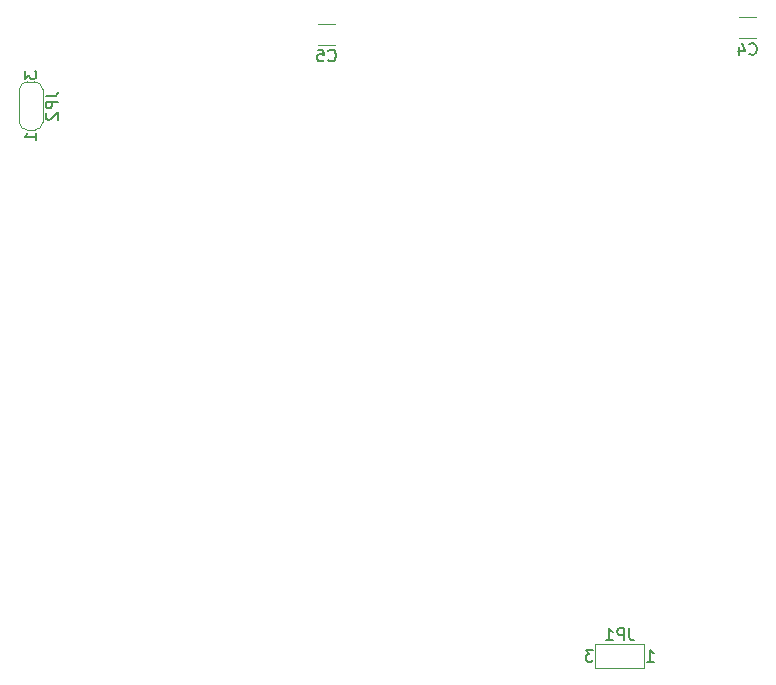
<source format=gbr>
%TF.GenerationSoftware,KiCad,Pcbnew,7.0.5-7.0.5~ubuntu20.04.1*%
%TF.CreationDate,2023-07-18T14:51:19+02:00*%
%TF.ProjectId,SplitterBoard,53706c69-7474-4657-9242-6f6172642e6b,rev?*%
%TF.SameCoordinates,Original*%
%TF.FileFunction,Legend,Bot*%
%TF.FilePolarity,Positive*%
%FSLAX46Y46*%
G04 Gerber Fmt 4.6, Leading zero omitted, Abs format (unit mm)*
G04 Created by KiCad (PCBNEW 7.0.5-7.0.5~ubuntu20.04.1) date 2023-07-18 14:51:19*
%MOMM*%
%LPD*%
G01*
G04 APERTURE LIST*
%ADD10C,0.150000*%
%ADD11C,0.120000*%
G04 APERTURE END LIST*
D10*
%TO.C,JP2*%
X106360019Y-76154066D02*
X107074304Y-76154066D01*
X107074304Y-76154066D02*
X107217161Y-76106447D01*
X107217161Y-76106447D02*
X107312400Y-76011209D01*
X107312400Y-76011209D02*
X107360019Y-75868352D01*
X107360019Y-75868352D02*
X107360019Y-75773114D01*
X107360019Y-76630257D02*
X106360019Y-76630257D01*
X106360019Y-76630257D02*
X106360019Y-77011209D01*
X106360019Y-77011209D02*
X106407638Y-77106447D01*
X106407638Y-77106447D02*
X106455257Y-77154066D01*
X106455257Y-77154066D02*
X106550495Y-77201685D01*
X106550495Y-77201685D02*
X106693352Y-77201685D01*
X106693352Y-77201685D02*
X106788590Y-77154066D01*
X106788590Y-77154066D02*
X106836209Y-77106447D01*
X106836209Y-77106447D02*
X106883828Y-77011209D01*
X106883828Y-77011209D02*
X106883828Y-76630257D01*
X106455257Y-77582638D02*
X106407638Y-77630257D01*
X106407638Y-77630257D02*
X106360019Y-77725495D01*
X106360019Y-77725495D02*
X106360019Y-77963590D01*
X106360019Y-77963590D02*
X106407638Y-78058828D01*
X106407638Y-78058828D02*
X106455257Y-78106447D01*
X106455257Y-78106447D02*
X106550495Y-78154066D01*
X106550495Y-78154066D02*
X106645733Y-78154066D01*
X106645733Y-78154066D02*
X106788590Y-78106447D01*
X106788590Y-78106447D02*
X107360019Y-77535019D01*
X107360019Y-77535019D02*
X107360019Y-78154066D01*
X105560019Y-79873114D02*
X105560019Y-79301686D01*
X105560019Y-79587400D02*
X104560019Y-79587400D01*
X104560019Y-79587400D02*
X104702876Y-79492162D01*
X104702876Y-79492162D02*
X104798114Y-79396924D01*
X104798114Y-79396924D02*
X104845733Y-79301686D01*
X104560019Y-74054067D02*
X104560019Y-74673114D01*
X104560019Y-74673114D02*
X104940971Y-74339781D01*
X104940971Y-74339781D02*
X104940971Y-74482638D01*
X104940971Y-74482638D02*
X104988590Y-74577876D01*
X104988590Y-74577876D02*
X105036209Y-74625495D01*
X105036209Y-74625495D02*
X105131447Y-74673114D01*
X105131447Y-74673114D02*
X105369542Y-74673114D01*
X105369542Y-74673114D02*
X105464780Y-74625495D01*
X105464780Y-74625495D02*
X105512400Y-74577876D01*
X105512400Y-74577876D02*
X105560019Y-74482638D01*
X105560019Y-74482638D02*
X105560019Y-74196924D01*
X105560019Y-74196924D02*
X105512400Y-74101686D01*
X105512400Y-74101686D02*
X105464780Y-74054067D01*
%TO.C,C5*%
X130292666Y-73126380D02*
X130340285Y-73174000D01*
X130340285Y-73174000D02*
X130483142Y-73221619D01*
X130483142Y-73221619D02*
X130578380Y-73221619D01*
X130578380Y-73221619D02*
X130721237Y-73174000D01*
X130721237Y-73174000D02*
X130816475Y-73078761D01*
X130816475Y-73078761D02*
X130864094Y-72983523D01*
X130864094Y-72983523D02*
X130911713Y-72793047D01*
X130911713Y-72793047D02*
X130911713Y-72650190D01*
X130911713Y-72650190D02*
X130864094Y-72459714D01*
X130864094Y-72459714D02*
X130816475Y-72364476D01*
X130816475Y-72364476D02*
X130721237Y-72269238D01*
X130721237Y-72269238D02*
X130578380Y-72221619D01*
X130578380Y-72221619D02*
X130483142Y-72221619D01*
X130483142Y-72221619D02*
X130340285Y-72269238D01*
X130340285Y-72269238D02*
X130292666Y-72316857D01*
X129387904Y-72221619D02*
X129864094Y-72221619D01*
X129864094Y-72221619D02*
X129911713Y-72697809D01*
X129911713Y-72697809D02*
X129864094Y-72650190D01*
X129864094Y-72650190D02*
X129768856Y-72602571D01*
X129768856Y-72602571D02*
X129530761Y-72602571D01*
X129530761Y-72602571D02*
X129435523Y-72650190D01*
X129435523Y-72650190D02*
X129387904Y-72697809D01*
X129387904Y-72697809D02*
X129340285Y-72793047D01*
X129340285Y-72793047D02*
X129340285Y-73031142D01*
X129340285Y-73031142D02*
X129387904Y-73126380D01*
X129387904Y-73126380D02*
X129435523Y-73174000D01*
X129435523Y-73174000D02*
X129530761Y-73221619D01*
X129530761Y-73221619D02*
X129768856Y-73221619D01*
X129768856Y-73221619D02*
X129864094Y-73174000D01*
X129864094Y-73174000D02*
X129911713Y-73126380D01*
%TO.C,C4*%
X165925266Y-72567580D02*
X165972885Y-72615200D01*
X165972885Y-72615200D02*
X166115742Y-72662819D01*
X166115742Y-72662819D02*
X166210980Y-72662819D01*
X166210980Y-72662819D02*
X166353837Y-72615200D01*
X166353837Y-72615200D02*
X166449075Y-72519961D01*
X166449075Y-72519961D02*
X166496694Y-72424723D01*
X166496694Y-72424723D02*
X166544313Y-72234247D01*
X166544313Y-72234247D02*
X166544313Y-72091390D01*
X166544313Y-72091390D02*
X166496694Y-71900914D01*
X166496694Y-71900914D02*
X166449075Y-71805676D01*
X166449075Y-71805676D02*
X166353837Y-71710438D01*
X166353837Y-71710438D02*
X166210980Y-71662819D01*
X166210980Y-71662819D02*
X166115742Y-71662819D01*
X166115742Y-71662819D02*
X165972885Y-71710438D01*
X165972885Y-71710438D02*
X165925266Y-71758057D01*
X165068123Y-71996152D02*
X165068123Y-72662819D01*
X165306218Y-71615200D02*
X165544313Y-72329485D01*
X165544313Y-72329485D02*
X164925266Y-72329485D01*
%TO.C,JP1*%
X155773333Y-121225819D02*
X155773333Y-121940104D01*
X155773333Y-121940104D02*
X155820952Y-122082961D01*
X155820952Y-122082961D02*
X155916190Y-122178200D01*
X155916190Y-122178200D02*
X156059047Y-122225819D01*
X156059047Y-122225819D02*
X156154285Y-122225819D01*
X155297142Y-122225819D02*
X155297142Y-121225819D01*
X155297142Y-121225819D02*
X154916190Y-121225819D01*
X154916190Y-121225819D02*
X154820952Y-121273438D01*
X154820952Y-121273438D02*
X154773333Y-121321057D01*
X154773333Y-121321057D02*
X154725714Y-121416295D01*
X154725714Y-121416295D02*
X154725714Y-121559152D01*
X154725714Y-121559152D02*
X154773333Y-121654390D01*
X154773333Y-121654390D02*
X154820952Y-121702009D01*
X154820952Y-121702009D02*
X154916190Y-121749628D01*
X154916190Y-121749628D02*
X155297142Y-121749628D01*
X153773333Y-122225819D02*
X154344761Y-122225819D01*
X154059047Y-122225819D02*
X154059047Y-121225819D01*
X154059047Y-121225819D02*
X154154285Y-121368676D01*
X154154285Y-121368676D02*
X154249523Y-121463914D01*
X154249523Y-121463914D02*
X154344761Y-121511533D01*
X152673332Y-123025819D02*
X152054285Y-123025819D01*
X152054285Y-123025819D02*
X152387618Y-123406771D01*
X152387618Y-123406771D02*
X152244761Y-123406771D01*
X152244761Y-123406771D02*
X152149523Y-123454390D01*
X152149523Y-123454390D02*
X152101904Y-123502009D01*
X152101904Y-123502009D02*
X152054285Y-123597247D01*
X152054285Y-123597247D02*
X152054285Y-123835342D01*
X152054285Y-123835342D02*
X152101904Y-123930580D01*
X152101904Y-123930580D02*
X152149523Y-123978200D01*
X152149523Y-123978200D02*
X152244761Y-124025819D01*
X152244761Y-124025819D02*
X152530475Y-124025819D01*
X152530475Y-124025819D02*
X152625713Y-123978200D01*
X152625713Y-123978200D02*
X152673332Y-123930580D01*
X157254285Y-124025819D02*
X157825713Y-124025819D01*
X157539999Y-124025819D02*
X157539999Y-123025819D01*
X157539999Y-123025819D02*
X157635237Y-123168676D01*
X157635237Y-123168676D02*
X157730475Y-123263914D01*
X157730475Y-123263914D02*
X157825713Y-123311533D01*
D11*
%TO.C,JP2*%
X104105200Y-75587400D02*
X104105200Y-78387400D01*
X104805200Y-79037400D02*
X105405200Y-79037400D01*
X105405200Y-74937400D02*
X104805200Y-74937400D01*
X106105200Y-78387400D02*
X106105200Y-75587400D01*
X105405200Y-79037400D02*
G75*
G03*
X106105200Y-78337400I1J699999D01*
G01*
X106105200Y-75637400D02*
G75*
G03*
X105405200Y-74937400I-700000J0D01*
G01*
X104105200Y-78337400D02*
G75*
G03*
X104805200Y-79037400I699999J-1D01*
G01*
X104805200Y-74937400D02*
G75*
G03*
X104105200Y-75637400I0J-700000D01*
G01*
%TO.C,C5*%
X129414748Y-71826800D02*
X130837252Y-71826800D01*
X129414748Y-70006800D02*
X130837252Y-70006800D01*
%TO.C,C4*%
X165047348Y-71268000D02*
X166469852Y-71268000D01*
X165047348Y-69448000D02*
X166469852Y-69448000D01*
%TO.C,JP1*%
X156990000Y-124571000D02*
X156990000Y-122571000D01*
X156990000Y-122571000D02*
X152890000Y-122571000D01*
X152890000Y-124571000D02*
X156990000Y-124571000D01*
X152890000Y-122571000D02*
X152890000Y-124571000D01*
%TD*%
M02*

</source>
